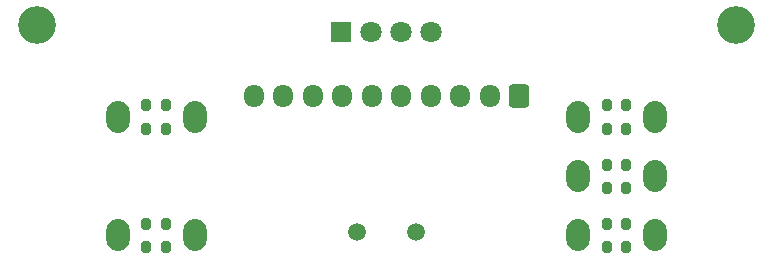
<source format=gbr>
%TF.GenerationSoftware,KiCad,Pcbnew,8.0.1*%
%TF.CreationDate,2024-08-08T23:52:37+09:00*%
%TF.ProjectId,UI-20240325,55492d32-3032-4343-9033-32352e6b6963,rev?*%
%TF.SameCoordinates,Original*%
%TF.FileFunction,Soldermask,Bot*%
%TF.FilePolarity,Negative*%
%FSLAX46Y46*%
G04 Gerber Fmt 4.6, Leading zero omitted, Abs format (unit mm)*
G04 Created by KiCad (PCBNEW 8.0.1) date 2024-08-08 23:52:37*
%MOMM*%
%LPD*%
G01*
G04 APERTURE LIST*
G04 Aperture macros list*
%AMRoundRect*
0 Rectangle with rounded corners*
0 $1 Rounding radius*
0 $2 $3 $4 $5 $6 $7 $8 $9 X,Y pos of 4 corners*
0 Add a 4 corners polygon primitive as box body*
4,1,4,$2,$3,$4,$5,$6,$7,$8,$9,$2,$3,0*
0 Add four circle primitives for the rounded corners*
1,1,$1+$1,$2,$3*
1,1,$1+$1,$4,$5*
1,1,$1+$1,$6,$7*
1,1,$1+$1,$8,$9*
0 Add four rect primitives between the rounded corners*
20,1,$1+$1,$2,$3,$4,$5,0*
20,1,$1+$1,$4,$5,$6,$7,0*
20,1,$1+$1,$6,$7,$8,$9,0*
20,1,$1+$1,$8,$9,$2,$3,0*%
G04 Aperture macros list end*
%ADD10O,2.000000X2.700000*%
%ADD11C,3.200000*%
%ADD12R,1.800000X1.800000*%
%ADD13C,1.800000*%
%ADD14RoundRect,0.200000X-0.200000X-0.275000X0.200000X-0.275000X0.200000X0.275000X-0.200000X0.275000X0*%
%ADD15RoundRect,0.200000X0.200000X0.275000X-0.200000X0.275000X-0.200000X-0.275000X0.200000X-0.275000X0*%
%ADD16O,1.700000X1.950000*%
%ADD17RoundRect,0.250000X0.600000X0.725000X-0.600000X0.725000X-0.600000X-0.725000X0.600000X-0.725000X0*%
%ADD18C,1.500000*%
G04 APERTURE END LIST*
D10*
%TO.C,SW5*%
X22750000Y-21000000D03*
X16250000Y-21000000D03*
%TD*%
D11*
%TO.C,REF\u002A\u002A*%
X29560007Y-3200000D03*
%TD*%
D10*
%TO.C,SW4*%
X22750000Y-16000000D03*
X16250000Y-16000000D03*
%TD*%
%TO.C,SW3*%
X22750000Y-11000000D03*
X16250000Y-11000000D03*
%TD*%
D12*
%TO.C,U1*%
X-3810000Y-3739997D03*
D13*
X-1270000Y-3739997D03*
X1270000Y-3739997D03*
X3810000Y-3739997D03*
%TD*%
D11*
%TO.C,REF\u002A\u002A*%
X-29560007Y-3200000D03*
%TD*%
D10*
%TO.C,SW2*%
X-22750000Y-21000000D03*
X-16250000Y-21000000D03*
%TD*%
%TO.C,SW1*%
X-22750000Y-11000000D03*
X-16250000Y-11000000D03*
%TD*%
D14*
%TO.C,R9*%
X18675000Y-15000000D03*
X20325000Y-15000000D03*
%TD*%
D15*
%TO.C,R6*%
X-18675000Y-10000000D03*
X-20325000Y-10000000D03*
%TD*%
%TO.C,R2*%
X-18675000Y-22000000D03*
X-20325000Y-22000000D03*
%TD*%
D14*
%TO.C,R4*%
X18675000Y-17000000D03*
X20325000Y-17000000D03*
%TD*%
%TO.C,R8*%
X18675000Y-10000000D03*
X20325000Y-10000000D03*
%TD*%
%TO.C,R10*%
X18675000Y-20000000D03*
X20325000Y-20000000D03*
%TD*%
D15*
%TO.C,R1*%
X-18675000Y-12000000D03*
X-20325000Y-12000000D03*
%TD*%
D14*
%TO.C,R5*%
X18675000Y-22000000D03*
X20325000Y-22000000D03*
%TD*%
%TO.C,R3*%
X18675000Y-12000000D03*
X20325000Y-12000000D03*
%TD*%
D15*
%TO.C,R7*%
X-18675000Y-20000000D03*
X-20325000Y-20000000D03*
%TD*%
D16*
%TO.C,J1*%
X-11250000Y-9214997D03*
X-8750000Y-9214997D03*
X-6250000Y-9214997D03*
X-3750000Y-9214997D03*
X-1250000Y-9214997D03*
X1250000Y-9214997D03*
X3750000Y-9214997D03*
X6250000Y-9214997D03*
X8750000Y-9214997D03*
D17*
X11250000Y-9214997D03*
%TD*%
D18*
%TO.C,BZ1*%
X2500000Y-20739997D03*
X-2500000Y-20739997D03*
%TD*%
M02*

</source>
